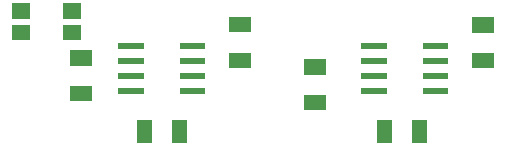
<source format=gbr>
G04 start of page 10 for group -4015 idx -4015 *
G04 Title: (unknown), toppaste *
G04 Creator: pcb 20140316 *
G04 CreationDate: Wed 09 Mar 2016 04:49:46 PM GMT UTC *
G04 For: fosse *
G04 Format: Gerber/RS-274X *
G04 PCB-Dimensions (mil): 3665.00 1935.00 *
G04 PCB-Coordinate-Origin: lower left *
%MOIN*%
%FSLAX25Y25*%
%LNTOPPASTE*%
%ADD102R,0.0512X0.0512*%
%ADD101R,0.0200X0.0200*%
G54D101*X131000Y89000D02*X137500D01*
X131000Y84000D02*X137500D01*
X131000Y79000D02*X137500D01*
X131000Y74000D02*X137500D01*
X151500D02*X158000D01*
X151500Y79000D02*X158000D01*
X151500Y84000D02*X158000D01*
X151500Y89000D02*X158000D01*
G54D102*X33107Y100543D02*X33893D01*
X33107Y93457D02*X33893D01*
X16107Y100543D02*X16893D01*
X16107Y93457D02*X16893D01*
G54D101*X50000Y89000D02*X56500D01*
X50000Y84000D02*X56500D01*
X50000Y79000D02*X56500D01*
X50000Y74000D02*X56500D01*
X70500D02*X77000D01*
X70500Y79000D02*X77000D01*
X70500Y84000D02*X77000D01*
X70500Y89000D02*X77000D01*
G54D102*X88319Y96000D02*X90681D01*
X88319Y84190D02*X90681D01*
X35319Y84905D02*X37681D01*
X35319Y73095D02*X37681D01*
X113319Y81905D02*X115681D01*
X113319Y70095D02*X115681D01*
X169319Y95905D02*X171681D01*
X169319Y84095D02*X171681D01*
X57595Y61681D02*Y59319D01*
X69405Y61681D02*Y59319D01*
X137595Y61681D02*Y59319D01*
X149405Y61681D02*Y59319D01*
M02*

</source>
